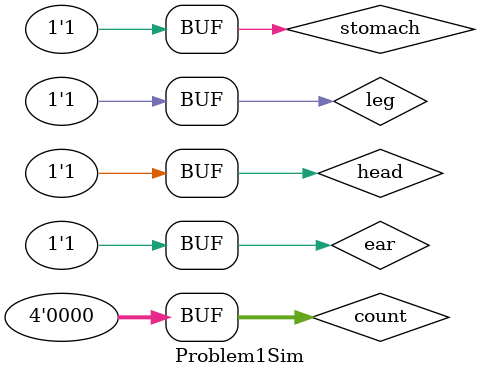
<source format=v>
`timescale 1ns / 1ps


module Problem1Sim();
    reg stomach;
    reg ear;
    reg head;
    reg leg;
    
    wire steal;
    
    reg [3:0] count;
    
    Problem1Mod UUT(
        .stomach(stomach),
        .ear(ear),
        .head(head),
        .leg(leg),
        .steal(steal)
    );
    initial begin
        
        for(count=0;count<=5'b01111;count=count+1)
        begin
            stomach=count[0];
            ear=count[1];
            head=count[2];
            leg=count[3];
            #10;
        end
    end
endmodule

</source>
